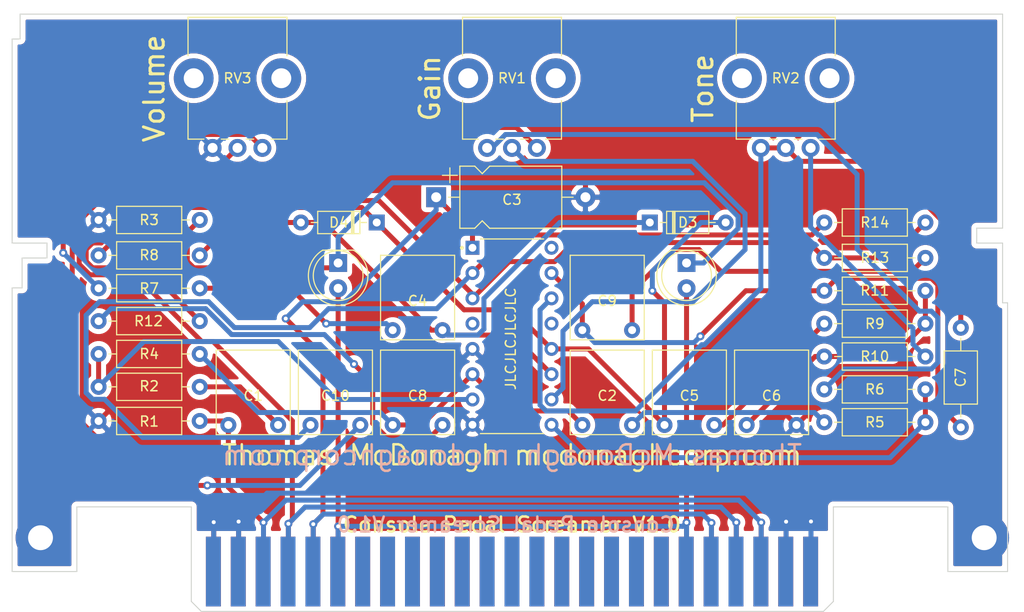
<source format=kicad_pcb>
(kicad_pcb (version 20171130) (host pcbnew "(5.1.7)-1")
  (layers (0 F.Cu signal) (31 B.Cu signal) (34 B.Paste user) (35 F.Paste user) (36 B.SilkS user) (37 F.SilkS user) (38 B.Mask user hide) (39 F.Mask user hide) (44 Edge.Cuts user))
  (net 0 "")
  (net 1 GND)
  (net 2 "Net-(C1-Pad1)")
  (net 3 "Net-(C2-Pad1)")
  (net 4 /LEDPower)
  (net 5 /Input)
  (net 6 /Output)
  (net 7 +9V)
  (net 8 "Net-(D1-Pad1)")
  (net 9 "Net-(C4-Pad2)")
  (net 10 "Net-(C5-Pad1)")
  (net 11 "Net-(C6-Pad2)")
  (net 12 "Net-(C8-Pad1)")
  (net 13 "Net-(C9-Pad1)")
  (net 14 "Net-(C10-Pad1)")
  (net 15 "Net-(R6-Pad2)")
  (net 16 "Net-(R7-Pad1)")
  (net 17 "Net-(R10-Pad2)")
  (net 18 /pin6)
  (net 19 /pin11)
  (net 20 /pin12)
  (net 21 /pin14)
  (net 22 /pin15)
  (net 23 /pin2)
  (net 24 /pin7)
  (net 25 /pin9)
  (net 26 /pin3)
  (net 27 /pin10)
  (module CD4049UBE:DIP794W45P254L1969H508Q16 (layer F.Cu) (at 132.715 102.362)
    (fp_text reference U1 hide)
    (fp_text value CD4049UBE)
    (pad 1 thru_hole rect (at -3.97 -8.89) (size 1.4 1.4) (drill 0.78) (layers *.Cu *.Mask) (net 7 +9V))
    (pad 2 thru_hole circle (at -3.97 -6.35) (size 1.4 1.4) (drill 0.78) (layers *.Cu *.Mask) (net 23 /pin2))
    (pad 3 thru_hole circle (at -3.97 -3.81) (size 1.4 1.4) (drill 0.78) (layers *.Cu *.Mask) (net 26 /pin3))
    (pad 4 thru_hole circle (at -3.97 -1.27) (size 1.4 1.4) (drill 0.78) (layers *.Cu *.Mask))
    (pad 5 thru_hole circle (at -3.97 1.27) (size 1.4 1.4) (drill 0.78) (layers *.Cu *.Mask) (net 1 GND))
    (pad 6 thru_hole circle (at -3.97 3.81) (size 1.4 1.4) (drill 0.78) (layers *.Cu *.Mask) (net 18 /pin6))
    (pad 7 thru_hole circle (at -3.97 6.35) (size 1.4 1.4) (drill 0.78) (layers *.Cu *.Mask) (net 24 /pin7))
    (pad 8 thru_hole circle (at -3.97 8.89) (size 1.4 1.4) (drill 0.78) (layers *.Cu *.Mask) (net 1 GND))
    (pad 9 thru_hole circle (at 3.97 8.89) (size 1.4 1.4) (drill 0.78) (layers *.Cu *.Mask) (net 25 /pin9))
    (pad 10 thru_hole circle (at 3.97 6.35) (size 1.4 1.4) (drill 0.78) (layers *.Cu *.Mask) (net 27 /pin10))
    (pad 11 thru_hole circle (at 3.97 3.81) (size 1.4 1.4) (drill 0.78) (layers *.Cu *.Mask) (net 19 /pin11))
    (pad 12 thru_hole circle (at 3.97 1.27) (size 1.4 1.4) (drill 0.78) (layers *.Cu *.Mask) (net 20 /pin12))
    (pad 13 thru_hole circle (at 3.97 -1.27) (size 1.4 1.4) (drill 0.78) (layers *.Cu *.Mask))
    (pad 14 thru_hole circle (at 3.97 -3.81) (size 1.4 1.4) (drill 0.78) (layers *.Cu *.Mask) (net 21 /pin14))
    (pad 15 thru_hole circle (at 3.97 -6.35) (size 1.4 1.4) (drill 0.78) (layers *.Cu *.Mask) (net 22 /pin15))
    (pad 16 thru_hole circle (at 3.97 -8.89) (size 1.4 1.4) (drill 0.78) (layers *.Cu *.Mask))
  )
  (module LED_THT:LED_D5.0mm (layer F.Cu) (at 115.25 95 270)
    (fp_text reference D1 hide)
    (fp_text value LED)
    (pad 1 thru_hole rect (at 0 0 270) (size 1.8 1.8) (drill 0.9) (layers *.Cu *.Mask) (net 8 "Net-(D1-Pad1)"))
    (pad 2 thru_hole circle (at 2.54 0 270) (size 1.8 1.8) (drill 0.9) (layers *.Cu *.Mask) (net 4 /LEDPower))
  )
  (module LED_THT:LED_D5.0mm (layer F.Cu) (at 150.25 95 270)
    (fp_text reference D2 hide)
    (fp_text value LED)
    (pad 2 thru_hole circle (at 2.54 0 270) (size 1.8 1.8) (drill 0.9) (layers *.Cu *.Mask) (net 4 /LEDPower))
    (pad 1 thru_hole rect (at 0 0 270) (size 1.8 1.8) (drill 0.9) (layers *.Cu *.Mask) (net 8 "Net-(D1-Pad1)"))
  )
  (module libraries:N64-Connector (layer F.Cu) (at 132.715 126)
    (fp_text reference J1 hide)
    (fp_text value Conn_02x25_Counter_Clockwise)
    (pad 1 connect rect (at -30 0) (size 1.5 7) (layers F.Cu F.Mask) (net 1 GND))
    (pad 2 connect rect (at -27.5 0) (size 1.5 7) (layers F.Cu F.Mask) (net 1 GND))
    (pad 3 connect rect (at -25 0) (size 1.5 7) (layers F.Cu F.Mask) (net 5 /Input))
    (pad 4 connect rect (at -22.5 0) (size 1.5 7) (layers F.Cu F.Mask) (net 6 /Output))
    (pad 5 connect rect (at -20 0) (size 1.5 7) (layers F.Cu F.Mask) (net 7 +9V))
    (pad 6 connect rect (at -17.5 0) (size 1.5 7) (layers F.Cu F.Mask) (net 4 /LEDPower))
    (pad 7 connect rect (at -15 0) (size 1.5 7) (layers F.Cu F.Mask))
    (pad 8 connect rect (at -12.5 0) (size 1.5 7) (layers F.Cu F.Mask))
    (pad 9 connect rect (at -10 0) (size 1.5 7) (layers F.Cu F.Mask))
    (pad 10 connect rect (at -7.5 0) (size 1.5 7) (layers F.Cu F.Mask))
    (pad 11 connect rect (at -5 0) (size 1.5 7) (layers F.Cu F.Mask))
    (pad 12 connect rect (at -2.5 0) (size 1.5 7) (layers F.Cu F.Mask))
    (pad 13 connect rect (at 0 0) (size 1.5 7) (layers F.Cu F.Mask))
    (pad 14 connect rect (at 2.5 0) (size 1.5 7) (layers F.Cu F.Mask))
    (pad 15 connect rect (at 5 0) (size 1.5 7) (layers F.Cu F.Mask))
    (pad 16 connect rect (at 7.5 0) (size 1.5 7) (layers F.Cu F.Mask))
    (pad 17 connect rect (at 10 0) (size 1.5 7) (layers F.Cu F.Mask))
    (pad 18 connect rect (at 12.5 0) (size 1.5 7) (layers F.Cu F.Mask))
    (pad 19 connect rect (at 15 0) (size 1.5 7) (layers F.Cu F.Mask))
    (pad 20 connect rect (at 17.5 0) (size 1.5 7) (layers F.Cu F.Mask) (net 4 /LEDPower))
    (pad 21 connect rect (at 20 0) (size 1.5 7) (layers F.Cu F.Mask) (net 7 +9V))
    (pad 22 connect rect (at 22.5 0) (size 1.5 7) (layers F.Cu F.Mask) (net 6 /Output))
    (pad 23 connect rect (at 25 0) (size 1.5 7) (layers F.Cu F.Mask) (net 5 /Input))
    (pad 24 connect rect (at 27.5 0) (size 1.5 7) (layers F.Cu F.Mask) (net 1 GND))
    (pad 25 connect rect (at 30 0) (size 1.5 7) (layers F.Cu F.Mask) (net 1 GND))
    (pad 26 connect rect (at -30 0) (size 1.5 7) (layers B.Cu B.Mask) (net 1 GND))
    (pad 27 connect rect (at -27.5 0) (size 1.5 7) (layers B.Cu B.Mask) (net 1 GND))
    (pad 28 connect rect (at -25 0) (size 1.5 7) (layers B.Cu B.Mask) (net 5 /Input))
    (pad 29 connect rect (at -22.5 0) (size 1.5 7) (layers B.Cu B.Mask) (net 6 /Output))
    (pad 30 connect rect (at -20 0) (size 1.5 7) (layers B.Cu B.Mask) (net 7 +9V))
    (pad 31 connect rect (at -17.5 0) (size 1.5 7) (layers B.Cu B.Mask) (net 4 /LEDPower))
    (pad 32 connect rect (at -15 0) (size 1.5 7) (layers B.Cu B.Mask))
    (pad 33 connect rect (at -12.5 0) (size 1.5 7) (layers B.Cu B.Mask))
    (pad 34 connect rect (at -10 0) (size 1.5 7) (layers B.Cu B.Mask))
    (pad 35 connect rect (at -7.5 0) (size 1.5 7) (layers B.Cu B.Mask))
    (pad 36 connect rect (at -5 0) (size 1.5 7) (layers B.Cu B.Mask))
    (pad 37 connect rect (at -2.5 0) (size 1.5 7) (layers B.Cu B.Mask))
    (pad 38 connect rect (at 0 0) (size 1.5 7) (layers B.Cu B.Mask))
    (pad 39 connect rect (at 2.5 0) (size 1.5 7) (layers B.Cu B.Mask))
    (pad 40 connect rect (at 5 0) (size 1.5 7) (layers B.Cu B.Mask))
    (pad 41 connect rect (at 7.5 0) (size 1.5 7) (layers B.Cu B.Mask))
    (pad 42 connect rect (at 10 0) (size 1.5 7) (layers B.Cu B.Mask))
    (pad 43 connect rect (at 12.5 0) (size 1.5 7) (layers B.Cu B.Mask))
    (pad 44 connect rect (at 15 0) (size 1.5 7) (layers B.Cu B.Mask))
    (pad 45 connect rect (at 17.5 0) (size 1.5 7) (layers B.Cu B.Mask) (net 4 /LEDPower))
    (pad 46 connect rect (at 20 0) (size 1.5 7) (layers B.Cu B.Mask) (net 7 +9V))
    (pad 47 connect rect (at 22.5 0) (size 1.5 7) (layers B.Cu B.Mask) (net 6 /Output))
    (pad 48 connect rect (at 25 0) (size 1.5 7) (layers B.Cu B.Mask) (net 5 /Input))
    (pad 49 connect rect (at 27.5 0) (size 1.5 7) (layers B.Cu B.Mask) (net 1 GND))
    (pad 50 connect rect (at 30 0) (size 1.5 7) (layers B.Cu B.Mask) (net 1 GND))
  )
  (module MountingHole:MountingHole_2.5mm_Pad (layer F.Cu) (at 85.35 122.6)
    (fp_text reference H1 hide)
    (fp_text value MountingHole_Pad)
    (pad 1 thru_hole circle (at 0 0) (size 5 5) (drill 2.5) (layers *.Cu *.Mask) (net 1 GND))
  )
  (module MountingHole:MountingHole_2.5mm_Pad (layer F.Cu) (at 180.15 122.6)
    (fp_text reference H2 hide)
    (fp_text value MountingHole_Pad)
    (pad 1 thru_hole circle (at 0 0) (size 5 5) (drill 2.5) (layers *.Cu *.Mask) (net 1 GND))
  )
  (module Resistor_THT:R_Axial_DIN0207_L6.3mm_D2.5mm_P10.16mm_Horizontal (layer F.Cu) (at 91.186 90.678)
    (fp_text reference R3 (at 5.08 0) (layer F.SilkS))
    (fp_text value 100K)
    (pad 1 thru_hole circle (at 0 0) (size 1.6 1.6) (drill 0.8) (layers *.Cu *.Mask) (net 1 GND))
    (pad 2 thru_hole oval (at 10.16 0) (size 1.6 1.6) (drill 0.8) (layers *.Cu *.Mask) (net 8 "Net-(D1-Pad1)"))
  )
  (module libraries:C_Flat_L7.2_H6.5 (layer F.Cu) (at 109.22 110.871 180)
    (fp_text reference C1 (at 2.5 2.54) (layer F.SilkS))
    (fp_text value 10nF)
    (pad 1 thru_hole circle (at 0 -0.4 180) (size 1.6 1.6) (drill 0.8) (layers *.Cu *.Mask) (net 2 "Net-(C1-Pad1)"))
    (pad 2 thru_hole circle (at 5 -0.4 180) (size 1.6 1.6) (drill 0.8) (layers *.Cu *.Mask) (net 5 /Input))
  )
  (module libraries:C_Flat_L7.2_H6.5 (layer F.Cu) (at 144.78 110.871 180)
    (fp_text reference C2 (at 2.5 2.54) (layer F.SilkS))
    (fp_text value 2.2nF)
    (pad 1 thru_hole circle (at 0 -0.4 180) (size 1.6 1.6) (drill 0.8) (layers *.Cu *.Mask) (net 3 "Net-(C2-Pad1)"))
    (pad 2 thru_hole circle (at 5 -0.4 180) (size 1.6 1.6) (drill 0.8) (layers *.Cu *.Mask) (net 18 /pin6))
  )
  (module Capacitor_THT:CP_Axial_L10.0mm_D6.0mm_P15.00mm_Horizontal (layer F.Cu) (at 125.095 88.392)
    (fp_text reference C3 (at 7.614999 0.249999) (layer F.SilkS))
    (fp_text value 100uF)
    (pad 1 thru_hole rect (at 0 0) (size 2 2) (drill 1) (layers *.Cu *.Mask) (net 7 +9V))
    (pad 2 thru_hole oval (at 15 0) (size 2 2) (drill 1) (layers *.Cu *.Mask) (net 1 GND))
  )
  (module libraries:C_Flat_L7.2_H6.5 (layer F.Cu) (at 125.73 101.346 180)
    (fp_text reference C4 (at 2.5 2.54) (layer F.SilkS))
    (fp_text value 470nF)
    (pad 2 thru_hole circle (at 5 -0.4 180) (size 1.6 1.6) (drill 0.8) (layers *.Cu *.Mask) (net 9 "Net-(C4-Pad2)"))
    (pad 1 thru_hole circle (at 0 -0.4 180) (size 1.6 1.6) (drill 0.8) (layers *.Cu *.Mask) (net 19 /pin11))
  )
  (module libraries:C_Flat_L7.2_H6.5 (layer F.Cu) (at 153.035 110.871 180)
    (fp_text reference C5 (at 2.5 2.54) (layer F.SilkS))
    (fp_text value 100nF)
    (pad 2 thru_hole circle (at 5 -0.4 180) (size 1.6 1.6) (drill 0.8) (layers *.Cu *.Mask) (net 20 /pin12))
    (pad 1 thru_hole circle (at 0 -0.4 180) (size 1.6 1.6) (drill 0.8) (layers *.Cu *.Mask) (net 10 "Net-(C5-Pad1)"))
  )
  (module libraries:C_Flat_L7.2_H6.5 (layer F.Cu) (at 161.29 110.871 180)
    (fp_text reference C6 (at 2.5 2.54) (layer F.SilkS))
    (fp_text value 1.5nF)
    (pad 2 thru_hole circle (at 5 -0.4 180) (size 1.6 1.6) (drill 0.8) (layers *.Cu *.Mask) (net 11 "Net-(C6-Pad2)"))
    (pad 1 thru_hole circle (at 0 -0.4 180) (size 1.6 1.6) (drill 0.8) (layers *.Cu *.Mask) (net 1 GND))
  )
  (module Capacitor_THT:C_Axial_L5.1mm_D3.1mm_P10.00mm_Horizontal (layer F.Cu) (at 177.8 111.506 90)
    (fp_text reference C7 (at 5 -0.018001 90) (layer F.SilkS))
    (fp_text value 150pF)
    (pad 2 thru_hole oval (at 10 0 90) (size 1.6 1.6) (drill 0.8) (layers *.Cu *.Mask) (net 21 /pin14))
    (pad 1 thru_hole circle (at 0 0 90) (size 1.6 1.6) (drill 0.8) (layers *.Cu *.Mask) (net 22 /pin15))
  )
  (module libraries:C_Flat_L7.2_H6.5 (layer F.Cu) (at 125.73 110.871 180)
    (fp_text reference C8 (at 2.5 2.54) (layer F.SilkS))
    (fp_text value 100nF)
    (pad 1 thru_hole circle (at 0 -0.4 180) (size 1.6 1.6) (drill 0.8) (layers *.Cu *.Mask) (net 12 "Net-(C8-Pad1)"))
    (pad 2 thru_hole circle (at 5 -0.4 180) (size 1.6 1.6) (drill 0.8) (layers *.Cu *.Mask) (net 18 /pin6))
  )
  (module libraries:C_Flat_L7.2_H6.5 (layer F.Cu) (at 144.78 101.346 180)
    (fp_text reference C9 (at 2.5 2.54) (layer F.SilkS))
    (fp_text value 100nF)
    (pad 2 thru_hole circle (at 5 -0.4 180) (size 1.6 1.6) (drill 0.8) (layers *.Cu *.Mask) (net 22 /pin15))
    (pad 1 thru_hole circle (at 0 -0.4 180) (size 1.6 1.6) (drill 0.8) (layers *.Cu *.Mask) (net 13 "Net-(C9-Pad1)"))
  )
  (module libraries:C_Flat_L7.2_H6.5 (layer F.Cu) (at 117.475 110.871 180)
    (fp_text reference C10 (at 2.5 2.54) (layer F.SilkS))
    (fp_text value 100nF)
    (pad 1 thru_hole circle (at 0 -0.4 180) (size 1.6 1.6) (drill 0.8) (layers *.Cu *.Mask) (net 14 "Net-(C10-Pad1)"))
    (pad 2 thru_hole circle (at 5 -0.4 180) (size 1.6 1.6) (drill 0.8) (layers *.Cu *.Mask) (net 23 /pin2))
  )
  (module Diode_THT:D_DO-35_SOD27_P7.62mm_Horizontal (layer F.Cu) (at 146.558 90.932)
    (fp_text reference D3 (at 3.81 0) (layer F.SilkS))
    (fp_text value 1N4148)
    (pad 1 thru_hole rect (at 0 0) (size 1.6 1.6) (drill 0.8) (layers *.Cu *.Mask) (net 19 /pin11))
    (pad 2 thru_hole oval (at 7.62 0) (size 1.6 1.6) (drill 0.8) (layers *.Cu *.Mask) (net 20 /pin12))
  )
  (module Diode_THT:D_DO-35_SOD27_P7.62mm_Horizontal (layer F.Cu) (at 119.126 90.932 180)
    (fp_text reference D4 (at 3.81 0) (layer F.SilkS))
    (fp_text value 1N4148)
    (pad 2 thru_hole oval (at 7.62 0 180) (size 1.6 1.6) (drill 0.8) (layers *.Cu *.Mask) (net 19 /pin11))
    (pad 1 thru_hole rect (at 0 0 180) (size 1.6 1.6) (drill 0.8) (layers *.Cu *.Mask) (net 20 /pin12))
  )
  (module Resistor_THT:R_Axial_DIN0207_L6.3mm_D2.5mm_P10.16mm_Horizontal (layer F.Cu) (at 91.186 110.871)
    (fp_text reference R1 (at 5.08 0.051999) (layer F.SilkS))
    (fp_text value 1M)
    (pad 2 thru_hole oval (at 10.16 0) (size 1.6 1.6) (drill 0.8) (layers *.Cu *.Mask) (net 5 /Input))
    (pad 1 thru_hole circle (at 0 0) (size 1.6 1.6) (drill 0.8) (layers *.Cu *.Mask) (net 1 GND))
  )
  (module Resistor_THT:R_Axial_DIN0207_L6.3mm_D2.5mm_P10.16mm_Horizontal (layer F.Cu) (at 101.346 107.442 180)
    (fp_text reference R2 (at 5.08 0.065999) (layer F.SilkS))
    (fp_text value 470K)
    (pad 1 thru_hole circle (at 0 0 180) (size 1.6 1.6) (drill 0.8) (layers *.Cu *.Mask) (net 2 "Net-(C1-Pad1)"))
    (pad 2 thru_hole oval (at 10.16 0 180) (size 1.6 1.6) (drill 0.8) (layers *.Cu *.Mask) (net 24 /pin7))
  )
  (module Resistor_THT:R_Axial_DIN0207_L6.3mm_D2.5mm_P10.16mm_Horizontal (layer F.Cu) (at 91.186 104.14)
    (fp_text reference R4 (at 5.08 -0.001001) (layer F.SilkS))
    (fp_text value 470K)
    (pad 2 thru_hole oval (at 10.16 0) (size 1.6 1.6) (drill 0.8) (layers *.Cu *.Mask) (net 18 /pin6))
    (pad 1 thru_hole circle (at 0 0) (size 1.6 1.6) (drill 0.8) (layers *.Cu *.Mask) (net 24 /pin7))
  )
  (module Resistor_THT:R_Axial_DIN0207_L6.3mm_D2.5mm_P10.16mm_Horizontal (layer F.Cu) (at 164.084 110.998)
    (fp_text reference R5 (at 5.08 0) (layer F.SilkS))
    (fp_text value 100K)
    (pad 1 thru_hole circle (at 0 0) (size 1.6 1.6) (drill 0.8) (layers *.Cu *.Mask) (net 3 "Net-(C2-Pad1)"))
    (pad 2 thru_hole oval (at 10.16 0) (size 1.6 1.6) (drill 0.8) (layers *.Cu *.Mask) (net 25 /pin9))
  )
  (module Resistor_THT:R_Axial_DIN0207_L6.3mm_D2.5mm_P10.16mm_Horizontal (layer F.Cu) (at 174.244 107.696 180)
    (fp_text reference R6 (at 5.08 0.000999) (layer F.SilkS))
    (fp_text value 100K)
    (pad 2 thru_hole oval (at 10.16 0 180) (size 1.6 1.6) (drill 0.8) (layers *.Cu *.Mask) (net 15 "Net-(R6-Pad2)"))
    (pad 1 thru_hole circle (at 0 0 180) (size 1.6 1.6) (drill 0.8) (layers *.Cu *.Mask) (net 25 /pin9))
  )
  (module Resistor_THT:R_Axial_DIN0207_L6.3mm_D2.5mm_P10.16mm_Horizontal (layer F.Cu) (at 91.186 97.536)
    (fp_text reference R7 (at 5.08 0.012999) (layer F.SilkS))
    (fp_text value 10K)
    (pad 1 thru_hole circle (at 0 0) (size 1.6 1.6) (drill 0.8) (layers *.Cu *.Mask) (net 16 "Net-(R7-Pad1)"))
    (pad 2 thru_hole oval (at 10.16 0) (size 1.6 1.6) (drill 0.8) (layers *.Cu *.Mask) (net 9 "Net-(C4-Pad2)"))
  )
  (module Resistor_THT:R_Axial_DIN0207_L6.3mm_D2.5mm_P10.16mm_Horizontal (layer F.Cu) (at 101.346 94.234 180)
    (fp_text reference R8 (at 5.08 0.026999) (layer F.SilkS))
    (fp_text value 1M)
    (pad 2 thru_hole oval (at 10.16 0 180) (size 1.6 1.6) (drill 0.8) (layers *.Cu *.Mask) (net 20 /pin12))
    (pad 1 thru_hole circle (at 0 0 180) (size 1.6 1.6) (drill 0.8) (layers *.Cu *.Mask) (net 19 /pin11))
  )
  (module Resistor_THT:R_Axial_DIN0207_L6.3mm_D2.5mm_P10.16mm_Horizontal (layer F.Cu) (at 164.084 101.092)
    (fp_text reference R9 (at 5.08 0.014999) (layer F.SilkS))
    (fp_text value 100K)
    (pad 2 thru_hole oval (at 10.16 0) (size 1.6 1.6) (drill 0.8) (layers *.Cu *.Mask) (net 11 "Net-(C6-Pad2)"))
    (pad 1 thru_hole circle (at 0 0) (size 1.6 1.6) (drill 0.8) (layers *.Cu *.Mask) (net 10 "Net-(C5-Pad1)"))
  )
  (module Resistor_THT:R_Axial_DIN0207_L6.3mm_D2.5mm_P10.16mm_Horizontal (layer F.Cu) (at 164.084 104.394)
    (fp_text reference R10 (at 5.08 -0.000001) (layer F.SilkS))
    (fp_text value 10K)
    (pad 1 thru_hole circle (at 0 0) (size 1.6 1.6) (drill 0.8) (layers *.Cu *.Mask) (net 11 "Net-(C6-Pad2)"))
    (pad 2 thru_hole oval (at 10.16 0) (size 1.6 1.6) (drill 0.8) (layers *.Cu *.Mask) (net 17 "Net-(R10-Pad2)"))
  )
  (module Resistor_THT:R_Axial_DIN0207_L6.3mm_D2.5mm_P10.16mm_Horizontal (layer F.Cu) (at 174.244 97.79 180)
    (fp_text reference R11 (at 5.08 0.028999) (layer F.SilkS))
    (fp_text value 100K)
    (pad 2 thru_hole oval (at 10.16 0 180) (size 1.6 1.6) (drill 0.8) (layers *.Cu *.Mask) (net 22 /pin15))
    (pad 1 thru_hole circle (at 0 0 180) (size 1.6 1.6) (drill 0.8) (layers *.Cu *.Mask) (net 11 "Net-(C6-Pad2)"))
  )
  (module Resistor_THT:R_Axial_DIN0207_L6.3mm_D2.5mm_P10.16mm_Horizontal (layer F.Cu) (at 91.186 100.838)
    (fp_text reference R12 (at 5.015999 -0.001001) (layer F.SilkS))
    (fp_text value 220K)
    (pad 1 thru_hole circle (at 0 0) (size 1.6 1.6) (drill 0.8) (layers *.Cu *.Mask) (net 12 "Net-(C8-Pad1)"))
    (pad 2 thru_hole oval (at 10.16 0) (size 1.6 1.6) (drill 0.8) (layers *.Cu *.Mask) (net 26 /pin3))
  )
  (module Resistor_THT:R_Axial_DIN0207_L6.3mm_D2.5mm_P10.16mm_Horizontal (layer F.Cu) (at 174.244 94.488 180)
    (fp_text reference R13 (at 5.08 0.013999) (layer F.SilkS))
    (fp_text value 100K)
    (pad 1 thru_hole circle (at 0 0 180) (size 1.6 1.6) (drill 0.8) (layers *.Cu *.Mask) (net 13 "Net-(C9-Pad1)"))
    (pad 2 thru_hole oval (at 10.16 0 180) (size 1.6 1.6) (drill 0.8) (layers *.Cu *.Mask) (net 26 /pin3))
  )
  (module Resistor_THT:R_Axial_DIN0207_L6.3mm_D2.5mm_P10.16mm_Horizontal (layer F.Cu) (at 174.244 90.932 180)
    (fp_text reference R14 (at 5.08 0.000999) (layer F.SilkS))
    (fp_text value 220K)
    (pad 1 thru_hole circle (at 0 0 180) (size 1.6 1.6) (drill 0.8) (layers *.Cu *.Mask) (net 26 /pin3))
    (pad 2 thru_hole oval (at 10.16 0 180) (size 1.6 1.6) (drill 0.8) (layers *.Cu *.Mask) (net 23 /pin2))
  )
  (module Potentiometer_THT:Potentiometer_Bourns_PTV09A-1_Single_Vertical (layer F.Cu) (at 135.215 83.439 90)
    (fp_text reference RV1 (at 7 -2.5 180) (layer F.SilkS))
    (fp_text value 500KL)
    (pad 3 thru_hole circle (at 0 -5 90) (size 1.8 1.8) (drill 1) (layers *.Cu *.Mask) (net 15 "Net-(R6-Pad2)"))
    (pad 2 thru_hole circle (at 0 -2.5 90) (size 1.8 1.8) (drill 1) (layers *.Cu *.Mask) (net 27 /pin10))
    (pad 1 thru_hole circle (at 0 0 90) (size 1.8 1.8) (drill 1) (layers *.Cu *.Mask) (net 16 "Net-(R7-Pad1)"))
    (pad "" np_thru_hole circle (at 7 -6.9 90) (size 4 4) (drill 2) (layers *.Cu *.Mask))
    (pad "" np_thru_hole circle (at 7 1.9 90) (size 4 4) (drill 2) (layers *.Cu *.Mask))
  )
  (module Potentiometer_THT:Potentiometer_Bourns_PTV09A-1_Single_Vertical (layer F.Cu) (at 162.715 83.439 90)
    (fp_text reference RV2 (at 7 -2.5 180) (layer F.SilkS))
    (fp_text value 500KL)
    (pad 3 thru_hole circle (at 0 -5 90) (size 1.8 1.8) (drill 1) (layers *.Cu *.Mask) (net 21 /pin14))
    (pad 2 thru_hole circle (at 0 -2.5 90) (size 1.8 1.8) (drill 1) (layers *.Cu *.Mask) (net 21 /pin14))
    (pad 1 thru_hole circle (at 0 0 90) (size 1.8 1.8) (drill 1) (layers *.Cu *.Mask) (net 17 "Net-(R10-Pad2)"))
    (pad "" np_thru_hole circle (at 7 -6.9 90) (size 4 4) (drill 2) (layers *.Cu *.Mask))
    (pad "" np_thru_hole circle (at 7 1.9 90) (size 4 4) (drill 2) (layers *.Cu *.Mask))
  )
  (module Potentiometer_THT:Potentiometer_Bourns_PTV09A-1_Single_Vertical (layer F.Cu) (at 107.639 83.439 90)
    (fp_text reference RV3 (at 7 -2.5 180) (layer F.SilkS))
    (fp_text value 100KL)
    (pad "" np_thru_hole circle (at 7 1.9 90) (size 4 4) (drill 2) (layers *.Cu *.Mask))
    (pad "" np_thru_hole circle (at 7 -6.9 90) (size 4 4) (drill 2) (layers *.Cu *.Mask))
    (pad 1 thru_hole circle (at 0 0 90) (size 1.8 1.8) (drill 1) (layers *.Cu *.Mask) (net 14 "Net-(C10-Pad1)"))
    (pad 2 thru_hole circle (at 0 -2.5 90) (size 1.8 1.8) (drill 1) (layers *.Cu *.Mask) (net 6 /Output))
    (pad 3 thru_hole circle (at 0 -5 90) (size 1.8 1.8) (drill 1) (layers *.Cu *.Mask) (net 1 GND))
  )
  (gr_text JLCJLCJLCJLC (at 132.588 102.616 90) (layer F.SilkS) (effects (font (size 1 1))))
  (gr_text Tone (at 151.892 77.47 90) (layer F.SilkS) (effects (font (size 2 2) (thickness 0.3))))
  (gr_text Gain (at 124.46 77.47 90) (layer F.SilkS) (effects (font (size 2 2) (thickness 0.3))))
  (gr_text Volume (at 96.774 77.47 90) (layer F.SilkS) (effects (font (size 2 2) (thickness 0.3))))
  (gr_line (start 182 70) (end 83.3 70) (layer Edge.Cuts) (width 0.1))
  (gr_line (start 182 70) (end 182 91.5) (layer Edge.Cuts) (width 0.1))
  (gr_line (start 182 91.5) (end 179.4 91.5) (layer Edge.Cuts) (width 0.1))
  (gr_line (start 179.4 93) (end 179.4 91.5) (layer Edge.Cuts) (width 0.1))
  (gr_line (start 182 93) (end 179.4 93) (layer Edge.Cuts) (width 0.1))
  (gr_line (start 83.3 72.5) (end 83.3 70) (layer Edge.Cuts) (width 0.1))
  (gr_line (start 82.5 72.5) (end 83.3 72.5) (layer Edge.Cuts) (width 0.1))
  (gr_line (start 82.5 93) (end 82.5 72.5) (layer Edge.Cuts) (width 0.1))
  (gr_line (start 86 93) (end 82.5 93) (layer Edge.Cuts) (width 0.1))
  (gr_text "Console Pedal Screamer V1.0" (at 132.08 121.285) (layer B.SilkS) (effects (font (size 1.5 1.5) (thickness 0.25)) (justify mirror)))
  (gr_text "Console Pedal Screamer V1.0" (at 132.715 121.285) (layer F.SilkS) (effects (font (size 1.5 1.5) (thickness 0.25))))
  (gr_text "Thomas McDonagh mcdonaghcorp.com" (at 132.715 114.3) (layer B.SilkS) (effects (font (size 2 2) (thickness 0.25)) (justify mirror)))
  (gr_text "Thomas McDonagh mcdonaghcorp.com" (at 132.715 114.3) (layer F.SilkS) (effects (font (size 2 2) (thickness 0.25))))
  (gr_line (start 182 93) (end 182 99) (layer Edge.Cuts) (width 0.1))
  (gr_line (start 182.5 99) (end 182 99) (layer Edge.Cuts) (width 0.1))
  (gr_line (start 182.5 126) (end 182.5 99) (layer Edge.Cuts) (width 0.1))
  (gr_line (start 182.5 126) (end 176.5 126) (layer Edge.Cuts) (width 0.1))
  (gr_line (start 176.5 119.5) (end 176.5 126) (layer Edge.Cuts) (width 0.1))
  (gr_line (start 176.5 119.5) (end 165 119.5) (layer Edge.Cuts) (width 0.1))
  (gr_line (start 165 129) (end 165 119.5) (layer Edge.Cuts) (width 0.1))
  (gr_line (start 165 129) (end 164 130) (layer Edge.Cuts) (width 0.1))
  (gr_line (start 86 94.5) (end 86 93) (layer Edge.Cuts) (width 0.1))
  (gr_line (start 83.5 94.5) (end 86 94.5) (layer Edge.Cuts) (width 0.1))
  (gr_line (start 83.5 97.5) (end 83.5 94.5) (layer Edge.Cuts) (width 0.1))
  (gr_line (start 82.5 97.5) (end 83.5 97.5) (layer Edge.Cuts) (width 0.1))
  (gr_line (start 82.5 126) (end 82.5 97.5) (layer Edge.Cuts) (width 0.1))
  (gr_line (start 89 126) (end 82.5 126) (layer Edge.Cuts) (width 0.1))
  (gr_line (start 89 119.5) (end 89 126) (layer Edge.Cuts) (width 0.1))
  (gr_line (start 100.5 119.5) (end 89 119.5) (layer Edge.Cuts) (width 0.1))
  (gr_line (start 100.5 129) (end 100.5 119.5) (layer Edge.Cuts) (width 0.1))
  (gr_line (start 100.5 129) (end 101.5 130) (layer Edge.Cuts) (width 0.1))
  (gr_line (start 164 130) (end 101.5 130) (layer Edge.Cuts) (width 0.1))
  (segment (start 105.25 126) (end 105.25 120.979) (width 0.5) (layer F.Cu) (net 1))
  (via (at 105.25 120.979) (size 0.8) (drill 0.4) (layers F.Cu B.Cu) (net 1))
  (segment (start 105.25 126) (end 105.25 120.979) (width 0.5) (layer B.Cu) (net 1))
  (segment (start 160.25 126) (end 160.25 120.988) (width 0.5) (layer F.Cu) (net 1))
  (via (at 160.25 120.988) (size 0.8) (drill 0.4) (layers F.Cu B.Cu) (net 1))
  (segment (start 160.25 126) (end 160.25 120.988) (width 0.5) (layer B.Cu) (net 1))
  (segment (start 157.384969 118.122969) (end 160.25 120.988) (width 0.5) (layer B.Cu) (net 1))
  (segment (start 108.106031 118.122969) (end 157.384969 118.122969) (width 0.5) (layer B.Cu) (net 1))
  (segment (start 105.25 120.979) (end 108.106031 118.122969) (width 0.5) (layer B.Cu) (net 1))
  (segment (start 102.75 126) (end 102.75 121.038) (width 0.5) (layer F.Cu) (net 1))
  (via (at 102.75 121.038) (size 0.8) (drill 0.4) (layers F.Cu B.Cu) (net 1))
  (segment (start 102.75 126) (end 102.75 121.038) (width 0.5) (layer B.Cu) (net 1))
  (segment (start 162.75 126) (end 162.75 120.967) (width 0.5) (layer F.Cu) (net 1))
  (via (at 162.75 120.967) (size 0.8) (drill 0.4) (layers F.Cu B.Cu) (net 1))
  (segment (start 162.75 120.967) (end 162.75 126) (width 0.5) (layer B.Cu) (net 1))
  (segment (start 162.729 120.988) (end 162.75 120.967) (width 0.5) (layer B.Cu) (net 1))
  (segment (start 160.25 120.988) (end 162.729 120.988) (width 0.5) (layer B.Cu) (net 1))
  (segment (start 105.191 121.038) (end 105.25 120.979) (width 0.5) (layer B.Cu) (net 1))
  (segment (start 102.75 121.038) (end 105.191 121.038) (width 0.5) (layer B.Cu) (net 1))
  (segment (start 105.391 107.442) (end 101.346 107.442) (width 0.5) (layer F.Cu) (net 2))
  (segment (start 109.22 111.271) (end 105.391 107.442) (width 0.5) (layer F.Cu) (net 2))
  (segment (start 146.030001 110.020999) (end 144.78 111.271) (width 0.5) (layer B.Cu) (net 3))
  (segment (start 163.106999 110.020999) (end 146.030001 110.020999) (width 0.5) (layer B.Cu) (net 3))
  (segment (start 164.084 110.998) (end 163.106999 110.020999) (width 0.5) (layer B.Cu) (net 3))
  (segment (start 115.25 126) (end 115.25 121.454) (width 0.5) (layer F.Cu) (net 4))
  (via (at 115.25 121.454) (size 0.8) (drill 0.4) (layers F.Cu B.Cu) (net 4))
  (segment (start 115.25 126) (end 115.25 121.454) (width 0.5) (layer B.Cu) (net 4))
  (segment (start 150.25 126) (end 150.25 121.073) (width 0.5) (layer F.Cu) (net 4))
  (via (at 150.25 121.073) (size 0.8) (drill 0.4) (layers F.Cu B.Cu) (net 4))
  (segment (start 150.25 121.073) (end 150.25 126) (width 0.5) (layer B.Cu) (net 4))
  (segment (start 149.869 121.454) (end 150.25 121.073) (width 0.5) (layer B.Cu) (net 4))
  (segment (start 115.25 121.454) (end 149.869 121.454) (width 0.5) (layer B.Cu) (net 4))
  (segment (start 150.25 97.54) (end 150.25 121.073) (width 0.5) (layer F.Cu) (net 4))
  (segment (start 115.25 121.454) (end 115.25 97.54) (width 0.5) (layer F.Cu) (net 4))
  (segment (start 107.75 126) (end 107.75 121.066) (width 0.5) (layer F.Cu) (net 5))
  (via (at 107.75 121.066) (size 0.8) (drill 0.4) (layers F.Cu B.Cu) (net 5))
  (segment (start 107.75 121.066) (end 107.75 126) (width 0.5) (layer B.Cu) (net 5))
  (segment (start 157.75 126) (end 157.75 121.066) (width 0.5) (layer F.Cu) (net 5))
  (via (at 157.75 121.066) (size 0.8) (drill 0.4) (layers F.Cu B.Cu) (net 5))
  (segment (start 157.75 121.066) (end 157.75 126) (width 0.5) (layer B.Cu) (net 5))
  (segment (start 155.506979 118.822979) (end 157.75 121.066) (width 0.5) (layer B.Cu) (net 5))
  (segment (start 109.993021 118.822979) (end 155.506979 118.822979) (width 0.5) (layer B.Cu) (net 5))
  (segment (start 107.75 121.066) (end 109.993021 118.822979) (width 0.5) (layer B.Cu) (net 5))
  (segment (start 157.734 121.05) (end 157.75 121.066) (width 0.5) (layer F.Cu) (net 5))
  (segment (start 103.82 110.871) (end 104.22 111.271) (width 0.5) (layer F.Cu) (net 5))
  (segment (start 101.346 110.871) (end 103.82 110.871) (width 0.5) (layer F.Cu) (net 5))
  (segment (start 104.22 117.536) (end 107.75 121.066) (width 0.5) (layer F.Cu) (net 5))
  (segment (start 104.22 111.271) (end 104.22 117.536) (width 0.5) (layer F.Cu) (net 5))
  (segment (start 110.25 126) (end 110.25 121.195) (width 0.5) (layer F.Cu) (net 6))
  (via (at 110.25 121.195) (size 0.8) (drill 0.4) (layers F.Cu B.Cu) (net 6))
  (segment (start 110.25 121.195) (end 110.25 126) (width 0.5) (layer B.Cu) (net 6))
  (segment (start 155.25 126) (end 155.25 121.068) (width 0.5) (layer F.Cu) (net 6))
  (via (at 155.25 121.068) (size 0.8) (drill 0.4) (layers F.Cu B.Cu) (net 6))
  (segment (start 155.25 121.068) (end 155.25 126) (width 0.5) (layer B.Cu) (net 6))
  (segment (start 153.704989 119.522989) (end 155.25 121.068) (width 0.5) (layer B.Cu) (net 6))
  (segment (start 111.922011 119.522989) (end 153.704989 119.522989) (width 0.5) (layer B.Cu) (net 6))
  (segment (start 110.25 121.195) (end 111.922011 119.522989) (width 0.5) (layer B.Cu) (net 6))
  (segment (start 110.649999 120.795001) (end 110.25 121.195) (width 0.5) (layer F.Cu) (net 6))
  (segment (start 110.649999 110.850997) (end 110.649999 120.795001) (width 0.5) (layer F.Cu) (net 6))
  (segment (start 94.842009 96.184011) (end 101.547997 102.889999) (width 0.5) (layer F.Cu) (net 6))
  (segment (start 89.235989 95.123954) (end 90.296046 96.184011) (width 0.5) (layer F.Cu) (net 6))
  (segment (start 102.689001 102.889999) (end 110.649999 110.850997) (width 0.5) (layer F.Cu) (net 6))
  (segment (start 101.547997 102.889999) (end 102.689001 102.889999) (width 0.5) (layer F.Cu) (net 6))
  (segment (start 89.235989 90.778009) (end 89.235989 95.123954) (width 0.5) (layer F.Cu) (net 6))
  (segment (start 91.986019 88.027979) (end 89.235989 90.778009) (width 0.5) (layer F.Cu) (net 6))
  (segment (start 100.550021 88.027979) (end 91.986019 88.027979) (width 0.5) (layer F.Cu) (net 6))
  (segment (start 90.296046 96.184011) (end 94.842009 96.184011) (width 0.5) (layer F.Cu) (net 6))
  (segment (start 105.139 83.439) (end 100.550021 88.027979) (width 0.5) (layer F.Cu) (net 6))
  (segment (start 112.75 126) (end 112.75 121.235) (width 0.5) (layer F.Cu) (net 7))
  (via (at 112.75 121.235) (size 0.8) (drill 0.4) (layers F.Cu B.Cu) (net 7))
  (segment (start 112.75 121.235) (end 112.75 126) (width 0.5) (layer B.Cu) (net 7))
  (segment (start 152.75 126) (end 152.75 121.108) (width 0.5) (layer F.Cu) (net 7))
  (via (at 152.75 121.108) (size 0.8) (drill 0.4) (layers F.Cu B.Cu) (net 7))
  (segment (start 152.75 121.108) (end 152.75 126) (width 0.5) (layer B.Cu) (net 7))
  (segment (start 151.864999 120.222999) (end 152.75 121.108) (width 0.5) (layer B.Cu) (net 7))
  (segment (start 113.762001 120.222999) (end 151.864999 120.222999) (width 0.5) (layer B.Cu) (net 7))
  (segment (start 112.75 121.235) (end 113.762001 120.222999) (width 0.5) (layer B.Cu) (net 7))
  (segment (start 128.745 92.042) (end 125.095 88.392) (width 0.5) (layer F.Cu) (net 7))
  (segment (start 128.745 93.472) (end 128.745 92.042) (width 0.5) (layer F.Cu) (net 7))
  (segment (start 113.725001 120.259999) (end 113.725001 104.327001) (width 0.5) (layer F.Cu) (net 7))
  (segment (start 112.75 121.235) (end 113.725001 120.259999) (width 0.5) (layer F.Cu) (net 7))
  (segment (start 113.725001 104.327001) (end 109.982 100.584) (width 0.5) (layer F.Cu) (net 7))
  (via (at 109.982 100.584) (size 0.8) (drill 0.4) (layers F.Cu B.Cu) (net 7))
  (segment (start 125.095 89.693002) (end 125.095 88.392) (width 0.5) (layer B.Cu) (net 7))
  (segment (start 115.898001 98.890001) (end 125.095 89.693002) (width 0.5) (layer B.Cu) (net 7))
  (segment (start 111.675999 98.890001) (end 115.898001 98.890001) (width 0.5) (layer B.Cu) (net 7))
  (segment (start 109.982 100.584) (end 111.675999 98.890001) (width 0.5) (layer B.Cu) (net 7))
  (segment (start 100.745999 95.484001) (end 114.765999 95.484001) (width 0.5) (layer F.Cu) (net 8))
  (segment (start 114.765999 95.484001) (end 115.25 95) (width 0.5) (layer F.Cu) (net 8))
  (segment (start 100.095999 94.834001) (end 100.745999 95.484001) (width 0.5) (layer F.Cu) (net 8))
  (segment (start 100.095999 91.928001) (end 100.095999 94.834001) (width 0.5) (layer F.Cu) (net 8))
  (segment (start 101.346 90.678) (end 100.095999 91.928001) (width 0.5) (layer F.Cu) (net 8))
  (segment (start 151.960002 95) (end 150.25 95) (width 0.5) (layer B.Cu) (net 8))
  (segment (start 155.428001 91.532001) (end 151.960002 95) (width 0.5) (layer B.Cu) (net 8))
  (segment (start 155.428001 90.331999) (end 155.428001 91.532001) (width 0.5) (layer B.Cu) (net 8))
  (segment (start 152.038001 86.941999) (end 155.428001 90.331999) (width 0.5) (layer B.Cu) (net 8))
  (segment (start 120.705999 86.941999) (end 152.038001 86.941999) (width 0.5) (layer B.Cu) (net 8))
  (segment (start 115.25 92.397998) (end 120.705999 86.941999) (width 0.5) (layer B.Cu) (net 8))
  (segment (start 115.25 95) (end 115.25 92.397998) (width 0.5) (layer B.Cu) (net 8))
  (segment (start 101.346 97.536) (end 110.49 97.536) (width 0.5) (layer F.Cu) (net 9))
  (segment (start 110.49 97.536) (end 114.046 101.092) (width 0.5) (layer F.Cu) (net 9))
  (via (at 114.046 101.092) (size 0.8) (drill 0.4) (layers F.Cu B.Cu) (net 9))
  (segment (start 120.076 101.092) (end 120.73 101.746) (width 0.5) (layer B.Cu) (net 9))
  (segment (start 114.046 101.092) (end 120.076 101.092) (width 0.5) (layer B.Cu) (net 9))
  (segment (start 153.905 111.271) (end 153.035 111.271) (width 0.5) (layer F.Cu) (net 10))
  (segment (start 164.084 101.092) (end 153.905 111.271) (width 0.5) (layer F.Cu) (net 10))
  (segment (start 174.244 101.092) (end 174.244 97.79) (width 0.5) (layer F.Cu) (net 11))
  (segment (start 163.167 104.394) (end 164.084 104.394) (width 0.5) (layer F.Cu) (net 11))
  (segment (start 156.29 111.271) (end 163.167 104.394) (width 0.5) (layer F.Cu) (net 11))
  (segment (start 170.942 104.394) (end 174.244 101.092) (width 0.5) (layer F.Cu) (net 11))
  (segment (start 164.084 104.394) (end 170.942 104.394) (width 0.5) (layer F.Cu) (net 11))
  (segment (start 118.725001 111.116003) (end 118.725001 107.041001) (width 0.5) (layer F.Cu) (net 12))
  (segment (start 120.129999 112.521001) (end 118.725001 111.116003) (width 0.5) (layer F.Cu) (net 12))
  (segment (start 124.479999 112.521001) (end 120.129999 112.521001) (width 0.5) (layer F.Cu) (net 12))
  (segment (start 125.73 111.271) (end 124.479999 112.521001) (width 0.5) (layer F.Cu) (net 12))
  (segment (start 118.725001 107.041001) (end 116.84 105.156) (width 0.5) (layer F.Cu) (net 12))
  (via (at 116.84 105.156) (size 0.8) (drill 0.4) (layers F.Cu B.Cu) (net 12))
  (segment (start 92.436001 99.587999) (end 91.186 100.838) (width 0.5) (layer B.Cu) (net 12))
  (segment (start 101.946001 99.587999) (end 92.436001 99.587999) (width 0.5) (layer B.Cu) (net 12))
  (segment (start 104.547991 102.189989) (end 101.946001 99.587999) (width 0.5) (layer B.Cu) (net 12))
  (segment (start 113.873989 102.189989) (end 104.547991 102.189989) (width 0.5) (layer B.Cu) (net 12))
  (segment (start 116.84 105.156) (end 113.873989 102.189989) (width 0.5) (layer B.Cu) (net 12))
  (segment (start 144.78 97.859998) (end 144.78 101.746) (width 0.5) (layer F.Cu) (net 13))
  (segment (start 148.989999 93.649999) (end 144.78 97.859998) (width 0.5) (layer F.Cu) (net 13))
  (segment (start 151.510001 93.649999) (end 148.989999 93.649999) (width 0.5) (layer F.Cu) (net 13))
  (segment (start 153.699991 95.839989) (end 151.510001 93.649999) (width 0.5) (layer F.Cu) (net 13))
  (segment (start 172.892011 95.839989) (end 153.699991 95.839989) (width 0.5) (layer F.Cu) (net 13))
  (segment (start 174.244 94.488) (end 172.892011 95.839989) (width 0.5) (layer F.Cu) (net 13))
  (segment (start 88.535979 110.070981) (end 95.812998 117.348) (width 0.5) (layer F.Cu) (net 14))
  (segment (start 96.935037 82.088999) (end 88.535979 90.488056) (width 0.5) (layer F.Cu) (net 14))
  (segment (start 88.535979 90.488056) (end 88.535979 110.070981) (width 0.5) (layer F.Cu) (net 14))
  (segment (start 106.288999 82.088999) (end 96.935037 82.088999) (width 0.5) (layer F.Cu) (net 14))
  (segment (start 107.639 83.439) (end 106.288999 82.088999) (width 0.5) (layer F.Cu) (net 14))
  (segment (start 95.812998 117.348) (end 102.108 117.348) (width 0.5) (layer F.Cu) (net 14))
  (via (at 102.108 117.348) (size 0.8) (drill 0.4) (layers F.Cu B.Cu) (net 14))
  (segment (start 111.398 117.348) (end 117.475 111.271) (width 0.5) (layer B.Cu) (net 14))
  (segment (start 102.108 117.348) (end 111.398 117.348) (width 0.5) (layer B.Cu) (net 14))
  (segment (start 174.844001 105.644001) (end 166.135999 105.644001) (width 0.5) (layer B.Cu) (net 15))
  (segment (start 175.494001 104.994001) (end 174.844001 105.644001) (width 0.5) (layer B.Cu) (net 15))
  (segment (start 175.494001 100.491999) (end 175.494001 104.994001) (width 0.5) (layer B.Cu) (net 15))
  (segment (start 174.844001 99.841999) (end 175.494001 100.491999) (width 0.5) (layer B.Cu) (net 15))
  (segment (start 173.643999 99.841999) (end 174.844001 99.841999) (width 0.5) (layer B.Cu) (net 15))
  (segment (start 167.386 86.111998) (end 167.386 93.584) (width 0.5) (layer B.Cu) (net 15))
  (segment (start 163.363001 82.088999) (end 167.386 86.111998) (width 0.5) (layer B.Cu) (net 15))
  (segment (start 166.135999 105.644001) (end 164.084 107.696) (width 0.5) (layer B.Cu) (net 15))
  (segment (start 130.716998 83.439) (end 132.066999 82.088999) (width 0.5) (layer B.Cu) (net 15))
  (segment (start 167.386 93.584) (end 173.643999 99.841999) (width 0.5) (layer B.Cu) (net 15))
  (segment (start 132.066999 82.088999) (end 163.363001 82.088999) (width 0.5) (layer B.Cu) (net 15))
  (segment (start 130.215 83.439) (end 130.716998 83.439) (width 0.5) (layer B.Cu) (net 15))
  (segment (start 96.645084 81.388989) (end 87.63 90.404073) (width 0.5) (layer F.Cu) (net 16))
  (segment (start 133.164989 81.388989) (end 96.645084 81.388989) (width 0.5) (layer F.Cu) (net 16))
  (segment (start 135.215 83.439) (end 133.164989 81.388989) (width 0.5) (layer F.Cu) (net 16))
  (segment (start 87.63 90.404073) (end 87.63 93.98) (width 0.5) (layer F.Cu) (net 16))
  (via (at 87.63 93.98) (size 0.8) (drill 0.4) (layers F.Cu B.Cu) (net 16))
  (segment (start 87.63 93.98) (end 91.186 97.536) (width 0.5) (layer B.Cu) (net 16))
  (segment (start 172.993999 103.143999) (end 174.244 104.394) (width 0.5) (layer B.Cu) (net 17))
  (segment (start 172.993999 101.547997) (end 172.993999 103.143999) (width 0.5) (layer B.Cu) (net 17))
  (segment (start 163.628003 92.182001) (end 172.993999 101.547997) (width 0.5) (layer B.Cu) (net 17))
  (segment (start 163.483999 92.182001) (end 163.628003 92.182001) (width 0.5) (layer B.Cu) (net 17))
  (segment (start 162.715 91.413002) (end 163.483999 92.182001) (width 0.5) (layer B.Cu) (net 17))
  (segment (start 162.715 83.439) (end 162.715 91.413002) (width 0.5) (layer B.Cu) (net 17))
  (segment (start 138.371001 109.862001) (end 139.78 111.271) (width 0.5) (layer F.Cu) (net 18))
  (segment (start 132.435001 109.862001) (end 138.371001 109.862001) (width 0.5) (layer F.Cu) (net 18))
  (segment (start 128.745 106.172) (end 132.435001 109.862001) (width 0.5) (layer F.Cu) (net 18))
  (segment (start 123.646 111.271) (end 128.745 106.172) (width 0.5) (layer F.Cu) (net 18))
  (segment (start 120.73 111.271) (end 123.646 111.271) (width 0.5) (layer F.Cu) (net 18))
  (segment (start 107.226999 110.020999) (end 101.346 104.14) (width 0.5) (layer B.Cu) (net 18))
  (segment (start 119.479999 110.020999) (end 107.226999 110.020999) (width 0.5) (layer B.Cu) (net 18))
  (segment (start 120.73 111.271) (end 119.479999 110.020999) (width 0.5) (layer B.Cu) (net 18))
  (segment (start 104.648 90.932) (end 101.346 94.234) (width 0.5) (layer F.Cu) (net 19))
  (segment (start 111.506 90.932) (end 104.648 90.932) (width 0.5) (layer F.Cu) (net 19))
  (segment (start 132.755001 102.242001) (end 136.685 106.172) (width 0.5) (layer F.Cu) (net 19))
  (segment (start 126.226001 102.242001) (end 132.755001 102.242001) (width 0.5) (layer F.Cu) (net 19))
  (segment (start 125.73 101.746) (end 126.226001 102.242001) (width 0.5) (layer F.Cu) (net 19))
  (segment (start 124.606002 101.746) (end 125.73 101.746) (width 0.5) (layer F.Cu) (net 19))
  (segment (start 113.792002 90.932) (end 124.606002 101.746) (width 0.5) (layer F.Cu) (net 19))
  (segment (start 111.506 90.932) (end 113.792002 90.932) (width 0.5) (layer F.Cu) (net 19))
  (segment (start 126.226001 102.242001) (end 125.73 101.746) (width 0.5) (layer B.Cu) (net 19))
  (segment (start 129.297001 102.242001) (end 126.226001 102.242001) (width 0.5) (layer B.Cu) (net 19))
  (segment (start 129.895001 101.644001) (end 129.297001 102.242001) (width 0.5) (layer B.Cu) (net 19))
  (segment (start 129.895001 98.559997) (end 129.895001 101.644001) (width 0.5) (layer B.Cu) (net 19))
  (segment (start 137.522998 90.932) (end 129.895001 98.559997) (width 0.5) (layer B.Cu) (net 19))
  (segment (start 146.558 90.932) (end 137.522998 90.932) (width 0.5) (layer B.Cu) (net 19))
  (segment (start 140.396 103.632) (end 148.035 111.271) (width 0.5) (layer F.Cu) (net 20))
  (segment (start 136.685 103.632) (end 140.396 103.632) (width 0.5) (layer F.Cu) (net 20))
  (segment (start 117.621999 89.427999) (end 119.126 90.932) (width 0.5) (layer F.Cu) (net 20))
  (segment (start 95.992001 89.427999) (end 117.621999 89.427999) (width 0.5) (layer F.Cu) (net 20))
  (segment (start 91.186 94.234) (end 95.992001 89.427999) (width 0.5) (layer F.Cu) (net 20))
  (segment (start 132.755001 99.702001) (end 136.685 103.632) (width 0.5) (layer F.Cu) (net 20))
  (segment (start 127.896001 99.702001) (end 132.755001 99.702001) (width 0.5) (layer F.Cu) (net 20))
  (segment (start 119.126 90.932) (end 127.896001 99.702001) (width 0.5) (layer F.Cu) (net 20))
  (segment (start 148.035 111.271) (end 148.035 99.013) (width 0.5) (layer F.Cu) (net 20))
  (segment (start 148.035 99.013) (end 146.812 97.79) (width 0.5) (layer F.Cu) (net 20))
  (via (at 146.812 97.79) (size 0.8) (drill 0.4) (layers F.Cu B.Cu) (net 20))
  (segment (start 151.707998 90.932) (end 154.178 90.932) (width 0.5) (layer B.Cu) (net 20))
  (segment (start 146.812 95.827998) (end 151.707998 90.932) (width 0.5) (layer B.Cu) (net 20))
  (segment (start 146.812 97.79) (end 146.812 95.827998) (width 0.5) (layer B.Cu) (net 20))
  (segment (start 157.715 83.439) (end 160.215 83.439) (width 0.5) (layer F.Cu) (net 21))
  (segment (start 177.8 92.637998) (end 177.8 101.506) (width 0.5) (layer F.Cu) (net 21))
  (segment (start 169.951003 84.789001) (end 177.8 92.637998) (width 0.5) (layer F.Cu) (net 21))
  (segment (start 161.565001 84.789001) (end 169.951003 84.789001) (width 0.5) (layer F.Cu) (net 21))
  (segment (start 160.215 83.439) (end 161.565001 84.789001) (width 0.5) (layer F.Cu) (net 21))
  (segment (start 157.715 97.543002) (end 157.715 83.439) (width 0.5) (layer B.Cu) (net 21))
  (segment (start 151.777962 103.212001) (end 152.046001 103.212001) (width 0.5) (layer B.Cu) (net 21))
  (segment (start 145.127962 109.862001) (end 151.777962 103.212001) (width 0.5) (layer B.Cu) (net 21))
  (segment (start 136.132999 109.862001) (end 145.127962 109.862001) (width 0.5) (layer B.Cu) (net 21))
  (segment (start 135.534999 109.264001) (end 136.132999 109.862001) (width 0.5) (layer B.Cu) (net 21))
  (segment (start 135.534999 99.702001) (end 135.534999 109.264001) (width 0.5) (layer B.Cu) (net 21))
  (segment (start 152.046001 103.212001) (end 157.715 97.543002) (width 0.5) (layer B.Cu) (net 21))
  (segment (start 136.685 98.552) (end 135.534999 99.702001) (width 0.5) (layer B.Cu) (net 21))
  (segment (start 139.78 99.107) (end 139.78 101.746) (width 0.5) (layer F.Cu) (net 22))
  (segment (start 136.685 96.012) (end 139.78 99.107) (width 0.5) (layer F.Cu) (net 22))
  (segment (start 165.334001 96.539999) (end 164.084 97.79) (width 0.5) (layer F.Cu) (net 22))
  (segment (start 175.494001 97.189999) (end 174.844001 96.539999) (width 0.5) (layer F.Cu) (net 22))
  (segment (start 174.844001 96.539999) (end 165.334001 96.539999) (width 0.5) (layer F.Cu) (net 22))
  (segment (start 175.494001 109.200001) (end 175.494001 97.189999) (width 0.5) (layer F.Cu) (net 22))
  (segment (start 177.8 111.506) (end 175.494001 109.200001) (width 0.5) (layer F.Cu) (net 22))
  (segment (start 164.084 97.79) (end 156.21 97.79) (width 0.5) (layer F.Cu) (net 22))
  (segment (start 156.21 97.79) (end 151.638 102.362) (width 0.5) (layer F.Cu) (net 22))
  (via (at 151.638 102.362) (size 0.8) (drill 0.4) (layers F.Cu B.Cu) (net 22))
  (segment (start 141.030001 102.996001) (end 139.78 101.746) (width 0.5) (layer B.Cu) (net 22))
  (segment (start 151.003999 102.996001) (end 141.030001 102.996001) (width 0.5) (layer B.Cu) (net 22))
  (segment (start 151.638 102.362) (end 151.003999 102.996001) (width 0.5) (layer B.Cu) (net 22))
  (segment (start 162.833999 92.182001) (end 164.084 90.932) (width 0.5) (layer F.Cu) (net 23))
  (segment (start 132.574999 92.182001) (end 162.833999 92.182001) (width 0.5) (layer F.Cu) (net 23))
  (segment (start 128.745 96.012) (end 132.574999 92.182001) (width 0.5) (layer F.Cu) (net 23))
  (segment (start 125.166989 99.590011) (end 128.745 96.012) (width 0.5) (layer B.Cu) (net 23))
  (segment (start 114.289987 99.590011) (end 125.166989 99.590011) (width 0.5) (layer B.Cu) (net 23))
  (segment (start 102.235954 98.887989) (end 104.837943 101.489979) (width 0.5) (layer B.Cu) (net 23))
  (segment (start 112.390019 101.489979) (end 114.289987 99.590011) (width 0.5) (layer B.Cu) (net 23))
  (segment (start 91.286009 98.887989) (end 102.235954 98.887989) (width 0.5) (layer B.Cu) (net 23))
  (segment (start 89.935999 100.237999) (end 91.286009 98.887989) (width 0.5) (layer B.Cu) (net 23))
  (segment (start 104.837943 101.489979) (end 112.390019 101.489979) (width 0.5) (layer B.Cu) (net 23))
  (segment (start 90.585999 108.692001) (end 89.935999 108.042001) (width 0.5) (layer B.Cu) (net 23))
  (segment (start 89.935999 108.042001) (end 89.935999 100.237999) (width 0.5) (layer B.Cu) (net 23))
  (segment (start 91.786001 108.692001) (end 90.585999 108.692001) (width 0.5) (layer B.Cu) (net 23))
  (segment (start 95.615001 112.521001) (end 91.786001 108.692001) (width 0.5) (layer B.Cu) (net 23))
  (segment (start 111.224999 112.521001) (end 95.615001 112.521001) (width 0.5) (layer B.Cu) (net 23))
  (segment (start 112.475 111.271) (end 111.224999 112.521001) (width 0.5) (layer B.Cu) (net 23))
  (segment (start 91.186 107.442) (end 91.186 104.14) (width 0.5) (layer F.Cu) (net 24))
  (segment (start 95.738001 102.889999) (end 109.239999 102.889999) (width 0.5) (layer B.Cu) (net 24))
  (segment (start 91.186 107.442) (end 95.738001 102.889999) (width 0.5) (layer B.Cu) (net 24))
  (segment (start 115.062 108.712) (end 128.745 108.712) (width 0.5) (layer B.Cu) (net 24))
  (segment (start 109.239999 102.889999) (end 115.062 108.712) (width 0.5) (layer B.Cu) (net 24))
  (segment (start 174.244 110.998) (end 174.244 107.696) (width 0.5) (layer F.Cu) (net 25))
  (segment (start 174.244 110.998) (end 170.688 114.554) (width 0.5) (layer B.Cu) (net 25))
  (segment (start 139.987 114.554) (end 136.685 111.252) (width 0.5) (layer B.Cu) (net 25))
  (segment (start 170.688 114.554) (end 139.987 114.554) (width 0.5) (layer B.Cu) (net 25))
  (segment (start 170.688 94.488) (end 174.244 90.932) (width 0.5) (layer F.Cu) (net 26))
  (segment (start 164.084 94.488) (end 170.688 94.488) (width 0.5) (layer F.Cu) (net 26))
  (segment (start 132.435001 94.861999) (end 128.745 98.552) (width 0.5) (layer F.Cu) (net 26))
  (segment (start 136.997003 94.861999) (end 132.435001 94.861999) (width 0.5) (layer F.Cu) (net 26))
  (segment (start 138.909013 92.949989) (end 136.997003 94.861999) (width 0.5) (layer F.Cu) (net 26))
  (segment (start 162.545989 92.949989) (end 138.909013 92.949989) (width 0.5) (layer F.Cu) (net 26))
  (segment (start 164.084 94.488) (end 162.545989 92.949989) (width 0.5) (layer F.Cu) (net 26))
  (segment (start 128.745 98.140998) (end 128.745 98.552) (width 0.5) (layer F.Cu) (net 26))
  (segment (start 119.331991 88.727989) (end 128.745 98.140998) (width 0.5) (layer F.Cu) (net 26))
  (segment (start 95.702048 88.727989) (end 119.331991 88.727989) (width 0.5) (layer F.Cu) (net 26))
  (segment (start 91.446038 92.983999) (end 95.702048 88.727989) (width 0.5) (layer F.Cu) (net 26))
  (segment (start 90.585999 92.983999) (end 91.446038 92.983999) (width 0.5) (layer F.Cu) (net 26))
  (segment (start 89.935999 93.633999) (end 90.585999 92.983999) (width 0.5) (layer F.Cu) (net 26))
  (segment (start 89.935999 94.834001) (end 89.935999 93.633999) (width 0.5) (layer F.Cu) (net 26))
  (segment (start 90.585999 95.484001) (end 89.935999 94.834001) (width 0.5) (layer F.Cu) (net 26))
  (segment (start 95.992001 95.484001) (end 90.585999 95.484001) (width 0.5) (layer F.Cu) (net 26))
  (segment (start 101.346 100.838) (end 95.992001 95.484001) (width 0.5) (layer F.Cu) (net 26))
  (segment (start 134.065001 84.789001) (end 132.715 83.439) (width 0.5) (layer B.Cu) (net 27))
  (segment (start 156.128011 93.659991) (end 156.128011 90.042046) (width 0.5) (layer B.Cu) (net 27))
  (segment (start 150.898001 98.890001) (end 156.128011 93.659991) (width 0.5) (layer B.Cu) (net 27))
  (segment (start 156.128011 90.042046) (end 150.874966 84.789001) (width 0.5) (layer B.Cu) (net 27))
  (segment (start 140.785997 98.890001) (end 150.898001 98.890001) (width 0.5) (layer B.Cu) (net 27))
  (segment (start 137.835001 101.840997) (end 140.785997 98.890001) (width 0.5) (layer B.Cu) (net 27))
  (segment (start 137.835001 107.561999) (end 137.835001 101.840997) (width 0.5) (layer B.Cu) (net 27))
  (segment (start 150.874966 84.789001) (end 134.065001 84.789001) (width 0.5) (layer B.Cu) (net 27))
  (segment (start 136.685 108.712) (end 137.835001 107.561999) (width 0.5) (layer B.Cu) (net 27))
  (zone (net 1) (net_name GND) (layer B.Cu) (connect_pads (clearance 0.5)) (min_thickness 0.254) (fill yes (arc_segments 32) (thermal_gap 0.508) (thermal_bridge_width 0.508))
    (polygon (pts (xy 184.15 127) (xy 175.26 127) (xy 175.26 120.65) (xy 166.37 120.65) (xy 166.37 121.92) (xy 99.06 121.92) (xy 99.06 120.65) (xy 90.17 120.65) (xy 90.17 127) (xy 81.28 127) (xy 81.28 68.58) (xy 184.15 68.58)))
  )
  (zone (net 1) (net_name GND) (layer F.Cu) (connect_pads (clearance 0.5)) (min_thickness 0.254) (fill yes (arc_segments 32) (thermal_gap 0.508) (thermal_bridge_width 0.508))
    (polygon (pts (xy 184.15 127) (xy 175.26 127) (xy 175.26 120.65) (xy 166.37 120.65) (xy 166.37 121.92) (xy 99.06 121.92) (xy 99.06 120.65) (xy 90.17 120.65) (xy 90.17 127) (xy 81.28 127) (xy 81.28 68.58) (xy 184.15 68.58)))
  )
)
</source>
